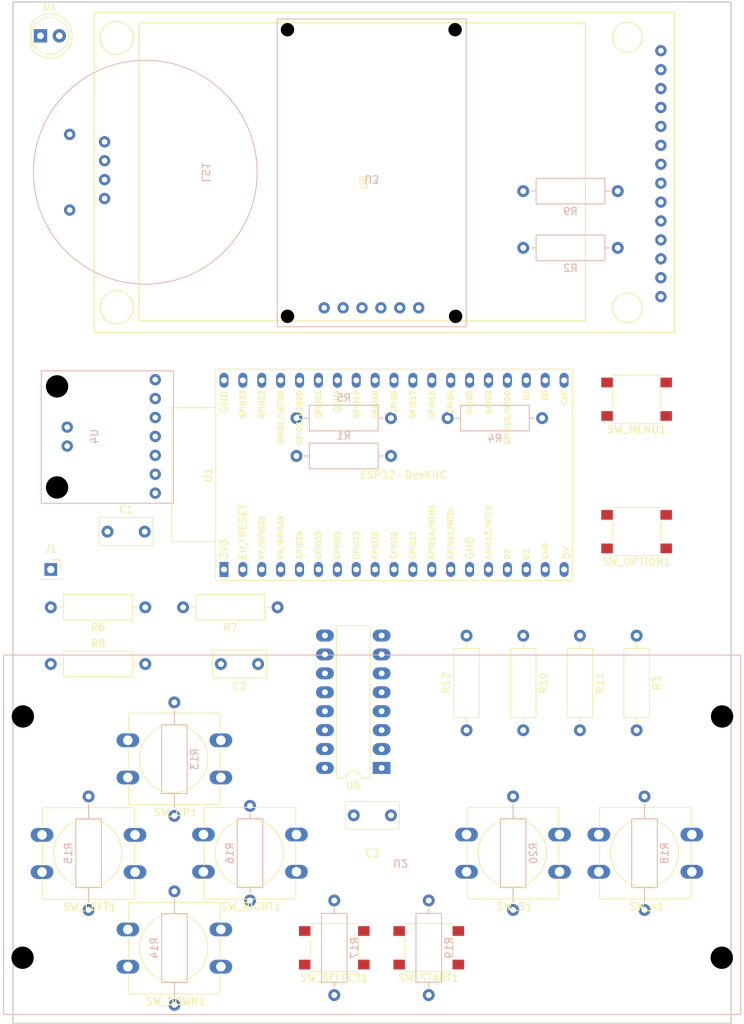
<source format=kicad_pcb>
(kicad_pcb (version 20211014) (generator pcbnew)
  (layers (0 "F.Cu" signal) (31 "B.Cu" signal) (34 "B.Paste" user) (35 "F.Paste" user) (36 "B.SilkS" user "B.Silkscreen") (37 "F.SilkS" user "F.Silkscreen") (38 "B.Mask" user) (39 "F.Mask" user) (44 "Edge.Cuts" user))
  (net 0 "")
  (net 1 "GND")
  (net 2 "+3.3V")
  (net 3 "BAT_LEVEL")
  (net 4 "LED_PIN")
  (net 5 "Net-(J1-Pad1)")
  (net 6 "Net-(LS1-Pad1)")
  (net 7 "Net-(LS1-Pad2)")
  (net 8 "LCD_RESET")
  (net 9 "LCD_BCKL")
  (net 10 "LCD_BCKL_OUT")
  (net 11 "BTN_MENU")
  (net 12 "BTN_OPTION")
  (net 13 "Net-(R6-Pad1)")
  (net 14 "LCD_DC")
  (net 15 "LCD_DC_OUT")
  (net 16 "GAMEPAD_LATCH")
  (net 17 "Net-(R10-Pad2)")
  (net 18 "GAMEPAD_CLOCK")
  (net 19 "Net-(R11-Pad2)")
  (net 20 "Net-(R12-Pad1)")
  (net 21 "GAMEPAD_DATA")
  (net 22 "BTN_UP")
  (net 23 "BTN_DOWN")
  (net 24 "BTN_LEFT")
  (net 25 "BTN_RIGHT")
  (net 26 "BTN_SELECT")
  (net 27 "BTN_A")
  (net 28 "BTN_START")
  (net 29 "BTN_B")
  (net 33 "AUD_DIN")
  (net 34 "AUD_BCLK")
  (net 35 "AUD_LRC")
  (net 36 "LCD_SCK")
  (net 38 "LCD_MOSI")
  (net 46 "LCD_CS")
  (net 50 "SD_SCK")
  (net 51 "SD_MISO")
  (net 55 "SD_CS")
  (net 56 "SD_MOSI")
  (net 57 "Net-(D1-Pad2)")
  (footprint "Button_Switch_SMD:SW_Push_1P1T_NO_6x6mm_H9.5mm" (layer "F.Cu") (at 55.88 139.7 180)
    (fp_text reference "SW_SELECT1" (at 0 -4.05) (layer "F.SilkS"))
    (fp_text value "SW_Push")
    (pad "1" smd rect (at -3.975 -2.25 180) (size 1.55 1.3) (layers "F.Cu" "F.Paste" "F.Mask") (net 26 "BTN_SELECT"))
    (pad "1" smd rect (at 3.975 -2.25 180) (size 1.55 1.3) (layers "F.Cu" "F.Paste" "F.Mask") (net 26 "BTN_SELECT"))
    (pad "2" smd rect (at -3.975 2.25 180) (size 1.55 1.3) (layers "F.Cu" "F.Paste" "F.Mask") (net 1 "GND"))
    (pad "2" smd rect (at 3.975 2.25 180) (size 1.55 1.3) (layers "F.Cu" "F.Paste" "F.Mask") (net 1 "GND"))
  )
  (footprint "Button_Switch_THT:SW_PUSH-12mm" (layer "F.Cu") (at 86.16 129.5 180)
    (fp_text reference "SW_B1" (at 6.08 -4.66) (layer "F.SilkS"))
    (fp_text value "SW_Push")
    (pad "1" thru_hole oval (at 0 0 180) (size 3.048 1.85) (drill 1.3) (layers *.Cu *.Mask) (net 29 "BTN_B"))
    (pad "1" thru_hole oval (at 12.5 0 180) (size 3.048 1.85) (drill 1.3) (layers *.Cu *.Mask) (net 29 "BTN_B"))
    (pad "2" thru_hole oval (at 0 5 180) (size 3.048 1.85) (drill 1.3) (layers *.Cu *.Mask) (net 1 "GND"))
    (pad "2" thru_hole oval (at 12.5 5 180) (size 3.048 1.85) (drill 1.3) (layers *.Cu *.Mask) (net 1 "GND"))
  )
  (footprint "RGC_Components:LCD_2.4in" (layer "F.Cu") (at 101.6 14.058411 -90)
    (fp_text reference "U5" (at 22.86 41.732959 90) (layer "F.SilkS"))
    (fp_text value "LCD_ILI9341")
    (pad "" np_thru_hole circle (at 3.465154 74.977009 270) (size 3.1 3.1) (drill 3.1) (layers *.Cu *.Mask))
    (pad "" np_thru_hole circle (at 3.389647 6.327669 270) (size 3.1 3.1) (drill 3.1) (layers *.Cu *.Mask))
    (pad "" np_thru_hole circle (at 39.642656 74.951362 270) (size 3.1 3.1) (drill 3.1) (layers *.Cu *.Mask))
    (pad "" np_thru_hole circle (at 39.714148 6.327669 270) (size 3.1 3.1) (drill 3.1) (layers *.Cu *.Mask))
    (pad "1" thru_hole circle (at 5.191065 1.818421 270) (size 1.524 1.524) (drill 0.762) (layers *.Cu *.Mask))
    (pad "2" thru_hole circle (at 7.731065 1.818421 270) (size 1.524 1.524) (drill 0.762) (layers *.Cu *.Mask))
    (pad "3" thru_hole circle (at 10.271065 1.818421 270) (size 1.524 1.524) (drill 0.762) (layers *.Cu *.Mask))
    (pad "4" thru_hole circle (at 12.811065 1.818421 270) (size 1.524 1.524) (drill 0.762) (layers *.Cu *.Mask))
    (pad "5" thru_hole circle (at 15.351065 1.818421 270) (size 1.524 1.524) (drill 0.762) (layers *.Cu *.Mask))
    (pad "6" thru_hole circle (at 17.891065 1.818421 270) (size 1.524 1.524) (drill 0.762) (layers *.Cu *.Mask))
    (pad "7" thru_hole circle (at 20.431065 1.818421 270) (size 1.524 1.524) (drill 0.762) (layers *.Cu *.Mask) (net 10 "LCD_BCKL_OUT"))
    (pad "8" thru_hole circle (at 22.971065 1.818421 270) (size 1.524 1.524) (drill 0.762) (layers *.Cu *.Mask) (net 36 "LCD_SCK"))
    (pad "9" thru_hole circle (at 25.511065 1.818421 270) (size 1.524 1.524) (drill 0.762) (layers *.Cu *.Mask) (net 38 "LCD_MOSI"))
    (pad "10" thru_hole circle (at 28.051065 1.818421 270) (size 1.524 1.524) (drill 0.762) (layers *.Cu *.Mask) (net 15 "LCD_DC_OUT"))
    (pad "11" thru_hole circle (at 30.591065 1.818421 270) (size 1.524 1.524) (drill 0.762) (layers *.Cu *.Mask) (net 8 "LCD_RESET"))
    (pad "12" thru_hole circle (at 33.131065 1.818421 270) (size 1.524 1.524) (drill 0.762) (layers *.Cu *.Mask) (net 46 "LCD_CS"))
    (pad "13" thru_hole circle (at 35.671065 1.818421 270) (size 1.524 1.524) (drill 0.762) (layers *.Cu *.Mask) (net 1 "GND"))
    (pad "14" thru_hole circle (at 38.211065 1.818421 270) (size 1.524 1.524) (drill 0.762) (layers *.Cu *.Mask) (net 2 "+3.3V"))
    (pad "15" thru_hole circle (at 17.417404 76.591115 270) (size 1.524 1.524) (drill 0.762) (layers *.Cu *.Mask))
    (pad "16" thru_hole circle (at 19.957404 76.591115 270) (size 1.524 1.524) (drill 0.762) (layers *.Cu *.Mask))
    (pad "17" thru_hole circle (at 22.497404 76.591115 270) (size 1.524 1.524) (drill 0.762) (layers *.Cu *.Mask))
    (pad "18" thru_hole circle (at 25.037404 76.591115 270) (size 1.524 1.524) (drill 0.762) (layers *.Cu *.Mask))
  )
  (footprint "Button_Switch_THT:SW_PUSH-12mm" (layer "F.Cu") (at 103.94 129.5 180)
    (fp_text reference "SW_A1" (at 6.08 -4.66) (layer "F.SilkS"))
    (fp_text value "SW_Push")
    (pad "1" thru_hole oval (at 0 0 180) (size 3.048 1.85) (drill 1.3) (layers *.Cu *.Mask) (net 27 "BTN_A"))
    (pad "1" thru_hole oval (at 12.5 0 180) (size 3.048 1.85) (drill 1.3) (layers *.Cu *.Mask) (net 27 "BTN_A"))
    (pad "2" thru_hole oval (at 0 5 180) (size 3.048 1.85) (drill 1.3) (layers *.Cu *.Mask) (net 1 "GND"))
    (pad "2" thru_hole oval (at 12.5 5 180) (size 3.048 1.85) (drill 1.3) (layers *.Cu *.Mask) (net 1 "GND"))
  )
  (footprint "Button_Switch_THT:SW_PUSH-12mm" (layer "F.Cu") (at 29.1 129.54 180)
    (fp_text reference "SW_LEFT1" (at 6.08 -4.66) (layer "F.SilkS"))
    (fp_text value "SW_Push")
    (pad "1" thru_hole oval (at 0 0 180) (size 3.048 1.85) (drill 1.3) (layers *.Cu *.Mask) (net 24 "BTN_LEFT"))
    (pad "1" thru_hole oval (at 12.5 0 180) (size 3.048 1.85) (drill 1.3) (layers *.Cu *.Mask) (net 24 "BTN_LEFT"))
    (pad "2" thru_hole oval (at 0 5 180) (size 3.048 1.85) (drill 1.3) (layers *.Cu *.Mask) (net 1 "GND"))
    (pad "2" thru_hole oval (at 12.5 5 180) (size 3.048 1.85) (drill 1.3) (layers *.Cu *.Mask) (net 1 "GND"))
  )
  (footprint "Resistor_THT:R_Axial_DIN0309_L9.0mm_D3.2mm_P12.70mm_Horizontal" (layer "F.Cu") (at 73.66 110.49 90)
    (fp_text reference "R12" (at 6.35 -2.72 90) (layer "F.SilkS"))
    (fp_text value "R1K")
    (pad "1" thru_hole circle (at 0 0 90) (size 1.6 1.6) (drill 0.8) (layers *.Cu *.Mask) (net 20 "Net-(R12-Pad1)"))
    (pad "2" thru_hole oval (at 12.7 0 90) (size 1.6 1.6) (drill 0.8) (layers *.Cu *.Mask) (net 21 "GAMEPAD_DATA"))
  )
  (footprint "Capacitor_THT:C_Rect_L7.0mm_W3.5mm_P5.00mm" (layer "F.Cu") (at 63.5 121.92 180)
    (fp_text reference "C3" (at 2.5 -5.08) (layer "F.SilkS"))
    (fp_text value "C104")
    (pad "1" thru_hole circle (at 0 0 180) (size 1.6 1.6) (drill 0.8) (layers *.Cu *.Mask) (net 1 "GND"))
    (pad "2" thru_hole circle (at 5 0 180) (size 1.6 1.6) (drill 0.8) (layers *.Cu *.Mask) (net 2 "+3.3V"))
  )
  (footprint "Capacitor_THT:C_Rect_L7.0mm_W3.5mm_P5.00mm" (layer "F.Cu") (at 45.64 101.6 180)
    (fp_text reference "C2" (at 2.5 -3) (layer "F.SilkS"))
    (fp_text value "C104")
    (pad "1" thru_hole circle (at 0 0 180) (size 1.6 1.6) (drill 0.8) (layers *.Cu *.Mask) (net 1 "GND"))
    (pad "2" thru_hole circle (at 5 0 180) (size 1.6 1.6) (drill 0.8) (layers *.Cu *.Mask) (net 3 "BAT_LEVEL"))
  )
  (footprint "Button_Switch_SMD:SW_Push_1P1T_NO_6x6mm_H9.5mm" (layer "F.Cu") (at 68.58 139.7 180)
    (fp_text reference "SW_START1" (at 0 -4.05) (layer "F.SilkS"))
    (fp_text value "SW_Push")
    (pad "1" smd rect (at 3.975 -2.25 180) (size 1.55 1.3) (layers "F.Cu" "F.Paste" "F.Mask") (net 28 "BTN_START"))
    (pad "1" smd rect (at -3.975 -2.25 180) (size 1.55 1.3) (layers "F.Cu" "F.Paste" "F.Mask") (net 28 "BTN_START"))
    (pad "2" smd rect (at -3.975 2.25 180) (size 1.55 1.3) (layers "F.Cu" "F.Paste" "F.Mask") (net 1 "GND"))
    (pad "2" smd rect (at 3.975 2.25 180) (size 1.55 1.3) (layers "F.Cu" "F.Paste" "F.Mask") (net 1 "GND"))
  )
  (footprint "Button_Switch_THT:SW_PUSH-12mm" (layer "F.Cu") (at 40.64 142.24 180)
    (fp_text reference "SW_DOWN1" (at 6.08 -4.66) (layer "F.SilkS"))
    (fp_text value "SW_Push")
    (pad "1" thru_hole oval (at 12.5 0 180) (size 3.048 1.85) (drill 1.3) (layers *.Cu *.Mask) (net 23 "BTN_DOWN"))
    (pad "1" thru_hole oval (at 0 0 180) (size 3.048 1.85) (drill 1.3) (layers *.Cu *.Mask) (net 23 "BTN_DOWN"))
    (pad "2" thru_hole oval (at 0 5 180) (size 3.048 1.85) (drill 1.3) (layers *.Cu *.Mask) (net 1 "GND"))
    (pad "2" thru_hole oval (at 12.5 5 180) (size 3.048 1.85) (drill 1.3) (layers *.Cu *.Mask) (net 1 "GND"))
  )
  (footprint "Resistor_THT:R_Axial_DIN0309_L9.0mm_D3.2mm_P12.70mm_Horizontal" (layer "F.Cu") (at 81.28 97.79 -90)
    (fp_text reference "R10" (at 6.35 -2.72 90) (layer "F.SilkS"))
    (fp_text value "R1K")
    (pad "1" thru_hole circle (at 0 0 270) (size 1.6 1.6) (drill 0.8) (layers *.Cu *.Mask) (net 16 "GAMEPAD_LATCH"))
    (pad "2" thru_hole oval (at 12.7 0 270) (size 1.6 1.6) (drill 0.8) (layers *.Cu *.Mask) (net 17 "Net-(R10-Pad2)"))
  )
  (footprint "Resistor_THT:R_Axial_DIN0309_L9.0mm_D3.2mm_P12.70mm_Horizontal" (layer "F.Cu") (at 88.9 97.79 -90)
    (fp_text reference "R11" (at 6.35 -2.72 90) (layer "F.SilkS"))
    (fp_text value "R1K")
    (pad "1" thru_hole circle (at 0 0 270) (size 1.6 1.6) (drill 0.8) (layers *.Cu *.Mask) (net 18 "GAMEPAD_CLOCK"))
    (pad "2" thru_hole oval (at 12.7 0 270) (size 1.6 1.6) (drill 0.8) (layers *.Cu *.Mask) (net 19 "Net-(R11-Pad2)"))
  )
  (footprint "Button_Switch_SMD:SW_Push_1P1T_NO_6x6mm_H9.5mm" (layer "F.Cu") (at 96.52 83.82 180)
    (fp_text reference "SW_OPTION1" (at 0 -4.05) (layer "F.SilkS"))
    (fp_text value "SW_Push")
    (pad "1" smd rect (at 3.975 -2.25 180) (size 1.55 1.3) (layers "F.Cu" "F.Paste" "F.Mask") (net 12 "BTN_OPTION"))
    (pad "1" smd rect (at -3.975 -2.25 180) (size 1.55 1.3) (layers "F.Cu" "F.Paste" "F.Mask") (net 12 "BTN_OPTION"))
    (pad "2" smd rect (at 3.975 2.25 180) (size 1.55 1.3) (layers "F.Cu" "F.Paste" "F.Mask") (net 1 "GND"))
    (pad "2" smd rect (at -3.975 2.25 180) (size 1.55 1.3) (layers "F.Cu" "F.Paste" "F.Mask") (net 1 "GND"))
  )
  (footprint "Button_Switch_THT:SW_PUSH-12mm" (layer "F.Cu") (at 40.64 116.84 180)
    (fp_text reference "SW_UP1" (at 6.08 -4.66) (layer "F.SilkS"))
    (fp_text value "SW_Push")
    (pad "1" thru_hole oval (at 12.5 0 180) (size 3.048 1.85) (drill 1.3) (layers *.Cu *.Mask) (net 22 "BTN_UP"))
    (pad "1" thru_hole oval (at 0 0 180) (size 3.048 1.85) (drill 1.3) (layers *.Cu *.Mask) (net 22 "BTN_UP"))
    (pad "2" thru_hole oval (at 12.5 5 180) (size 3.048 1.85) (drill 1.3) (layers *.Cu *.Mask) (net 1 "GND"))
    (pad "2" thru_hole oval (at 0 5 180) (size 3.048 1.85) (drill 1.3) (layers *.Cu *.Mask) (net 1 "GND"))
  )
  (footprint "LED_THT:LED_D5.0mm" (layer "F.Cu") (at 16.387132 17.244281)
    (fp_text reference "D1" (at 1.27 -3.96) (layer "F.SilkS"))
    (fp_text value "LED")
    (pad "1" thru_hole rect (at 0 0) (size 1.8 1.8) (drill 0.9) (layers *.Cu *.Mask) (net 1 "GND"))
    (pad "2" thru_hole circle (at 2.54 0) (size 1.8 1.8) (drill 0.9) (layers *.Cu *.Mask) (net 57 "Net-(D1-Pad2)"))
  )
  (footprint "Resistor_THT:R_Axial_DIN0309_L9.0mm_D3.2mm_P12.70mm_Horizontal" (layer "F.Cu") (at 96.52 97.79 -90)
    (fp_text reference "R3" (at 6.35 -2.72 90) (layer "F.SilkS"))
    (fp_text value "R1K")
    (pad "1" thru_hole circle (at 0 0 270) (size 1.6 1.6) (drill 0.8) (layers *.Cu *.Mask) (net 9 "LCD_BCKL"))
    (pad "2" thru_hole oval (at 12.7 0 270) (size 1.6 1.6) (drill 0.8) (layers *.Cu *.Mask) (net 10 "LCD_BCKL_OUT"))
  )
  (footprint "Resistor_THT:R_Axial_DIN0309_L9.0mm_D3.2mm_P12.70mm_Horizontal" (layer "F.Cu") (at 30.48 93.98 180)
    (fp_text reference "R6" (at 6.35 -2.72) (layer "F.SilkS"))
    (fp_text value "R10K")
    (pad "1" thru_hole circle (at 0 0 180) (size 1.6 1.6) (drill 0.8) (layers *.Cu *.Mask) (net 13 "Net-(R6-Pad1)"))
    (pad "2" thru_hole oval (at 12.7 0 180) (size 1.6 1.6) (drill 0.8) (layers *.Cu *.Mask) (net 5 "Net-(J1-Pad1)"))
  )
  (footprint "Connector_PinSocket_2.54mm:PinSocket_1x01_P2.54mm_Vertical" (layer "F.Cu") (at 17.78 88.9)
    (fp_text reference "J1" (at 0 -2.77) (layer "F.SilkS"))
    (fp_text value "Battery_Clip")
    (pad "1" thru_hole rect (at 0 0) (size 1.7 1.7) (drill 1) (layers *.Cu *.Mask) (net 5 "Net-(J1-Pad1)"))
  )
  (footprint "Espressif:ESP32-DevKitC" (layer "F.Cu") (at 41.05656 88.9 90)
    (fp_text reference "U1" (at 12.7 -2.1 90) (layer "F.SilkS"))
    (fp_text value "ESP32-DevKitC" (at 12.7 24.13) (layer "F.SilkS"))
    (fp_text user "D0" (at 24.13 43.18 90 unlocked) (layer "F.SilkS") (effects (font (size 0.7 0.7)) (justify right)))
    (fp_text user "GPIO17" (at 24.13 25.4 90 unlocked) (layer "F.SilkS") (effects (font (size 0.7 0.7)) (justify right)))
    (fp_text user "GPIO14/MTMS" (at 1.27 27.94 90 unlocked) (layer "F.SilkS") (effects (font (size 0.7 0.7)) (justify left)))
    (fp_text user "GPIO26" (at 1.27 22.86 90 unlocked) (layer "F.SilkS") (effects (font (size 0.7 0.7)) (justify left)))
    (fp_text user "GPIO4" (at 24.13 30.48 90 unlocked) (layer "F.SilkS") (effects (font (size 0.7 0.7)) (justify right)))
    (fp_text user "VP/GPIO36" (at 1.27 5.08 90 unlocked) (layer "F.SilkS") (effects (font (size 0.7 0.7)) (justify left)))
    (fp_text user "GPIO32" (at 1.27 15.24 90 unlocked) (layer "F.SilkS") (effects (font (size 0.7 0.7)) (justify left)))
    (fp_text user "GPIO23" (at 24.13 2.54 90 unlocked) (layer "F.SilkS") (effects (font (size 0.7 0.7)) (justify right)))
    (fp_text user "GPIO19" (at 24.13 17.78 90 unlocked) (layer "F.SilkS") (effects (font (size 0.7 0.7)) (justify right)))
    (fp_text user "GPIO21" (at 24.13 12.7 90 unlocked) (layer "F.SilkS") (effects (font (size 0.7 0.7)) (justify right)))
    (fp_text user "GPIO15/MTDO" (at 24.13 38.1 90 unlocked) (layer "F.SilkS") (effects (font (size 0.7 0.7)) (justify right)))
    (fp_text user "GPIO12/MTDI" (at 1.27 30.48 90 unlocked) (layer "F.SilkS") (effects (font (size 0.7 0.7)) (justify left)))
    (fp_text user "EN/RESET" (at 8.88632 2.53728 90 unlocked) (layer "F.SilkS") (effects (justify right)))
    (fp_text user "GPIO34" (at 1.27 10.16 90 unlocked) (layer "F.SilkS") (effects (font (size 0.7 0.7)) (justify left)))
    (fp_text user "3V3" (at 1.27 0 90 unlocked) (layer "F.SilkS") (effects (justify left)))
    (fp_text user "GPIO18" (at 24.13 20.32 90 unlocked) (layer "F.SilkS") (effects (font (size 0.7 0.7)) (justify right)))
    (fp_text user "D2" (at 1.27 38.1 90 unlocked) (layer "F.SilkS") (effects (font (size 0.7 0.7)) (justify left)))
    (fp_text user "GPIO16" (at 24.13 27.94 90 unlocked) (layer "F.SilkS") (effects (font (size 0.7 0.7)) (justify right)))
    (fp_text user "GND" (at 24.13 15.24 90 unlocked) (layer "F.SilkS") (effects (justify right)))
    (fp_text user "5V" (at 1.26632 45.97128 90 unlocked) (layer "F.SilkS") (effects (justify left)))
    (fp_text user "GPIO25" (at 1.27 20.32 90 unlocked) (layer "F.SilkS") (effects (font (size 0.7 0.7)) (justify left)))
    (fp_text user "CLK" (at 24.13 45.72 90 unlocked) (layer "F.SilkS") (effects (font (size 0.7 0.7)) (justify right)))
    (fp_text user "GND" (at 24.13 0 90 unlocked) (layer "F.SilkS") (effects (justify right)))
    (fp_text user "VN/GPIO39" (at 1.27 7.62 90 unlocked) (layer "F.SilkS") (effects (font (size 0.7 0.7)) (justify left)))
    (fp_text user "GPIO3/U0RXD" (at 24.13 10.16 90 unlocked) (layer "F.SilkS") (effects (font (size 0.7 0.7)) (justify right)))
    (fp_text user "GPIO5" (at 24.13 22.86 90 unlocked) (layer "F.SilkS") (effects (font (size 0.7 0.7)) (justify right)))
    (fp_text user "GND" (at 1.27 33.02 90 unlocked) (layer "F.SilkS") (effects (justify left)))
    (fp_text user "D1" (at 24.13 40.64 90 unlocked) (layer "F.SilkS") (effects (font (size 0.7 0.7)) (justify right)))
    (fp_text user "GPIO33" (at 1.27 17.78 90 unlocked) (layer "F.SilkS") (effects (font (size 0.7 0.7)) (justify left)))
    (fp_text user "GPIO2" (at 24.13 35.56 90 unlocked) (layer "F.SilkS") (effects (font (size 0.7 0.7)) (justify right)))
    (fp_text user "GPIO1/U0TXD" (at 24.13 7.62 90 unlocked) (layer "F.SilkS") (effects (font (size 0.7 0.7)) (justify right)))
    (fp_text user "GPIO22" (at 24.13 5.08 90 unlocked) (layer "F.SilkS") (effects (font (size 0.7 0.7)) (justify right)))
    (fp_text user "GPIO0" (at 24.13 33.02 90 unlocked) (layer "F.SilkS") (effects (font (size 0.7 0.7)) (justify right)))
    (fp_text user "GPIO35" (at 1.27 12.7 90 unlocked) (layer "F.SilkS") (effects (font (size 0.7 0.7)) (justify left)))
    (fp_text user "CMD" (at 1.27 43.18 90 unlocked) (layer "F.SilkS") (effects (font (size 0.7 0.7)) (justify left)))
    (fp_text user "D3" (at 1.27 40.64 90 unlocked) (layer "F.SilkS") (effects (font (size 0.7 0.7)) (justify left)))
    (fp_text user "GPIO27" (at 1.27 25.4 90 unlocked) (layer "F.SilkS") (effects (font (size 0.7 0.7)) (justify left)))
    (fp_text user "GPIO13/MTCK" (at 1.27 35.56 90 unlocked) (layer "F.SilkS") (effects (font (size 0.7 0.7)) (justify left)))
    (pad "1" thru_hole rect (at 0 0) (size 1.2 2) (drill 0.8) (layers *.Cu *.Mask) (net 2 "+3.3V"))
    (pad "2" thru_hole oval (at 0 2.54) (size 1.2 2) (drill 0.8) (layers *.Cu *.Mask))
    (pad "3" thru_hole oval (at 0 5.08) (size 1.2 2) (drill 0.8) (layers *.Cu *.Mask) (net 3 "BAT_LEVEL"))
    (pad "4" thru_hole oval (at 0 7.62) (size 1.2 2) (drill 0.8) (layers *.Cu *.Mask))
    (pad "5" thru_hole oval (at 0 10.16) (size 1.2 2) (drill 0.8) (layers *.Cu *.Mask))
    (pad "6" thru_hole oval (at 0 12.7) (size 1.2 2) (drill 0.8) (layers *.Cu *.Mask) (net 21 "GAMEPAD_DATA"))
    (pad "7" thru_hole oval (at 0 15.24) (size 1.2 2) (drill 0.8) (layers *.Cu *.Mask) (net 16 "GAMEPAD_LATCH"))
    (pad "8" thru_hole oval (at 0 17.78) (size 1.2 2) (drill 0.8) (layers *.Cu *.Mask) (net 18 "GAMEPAD_CLOCK"))
    (pad "9" thru_hole oval (at 0 20.32) (size 1.2 2) (drill 0.8) (layers *.Cu *.Mask) (net 33 "AUD_DIN"))
    (pad "10" thru_hole oval (at 0 22.86) (size 1.2 2) (drill 0.8) (layers *.Cu *.Mask) (net 34 "AUD_BCLK"))
    (pad "11" thru_hole oval (at 0 25.4) (size 1.2 2) (drill 0.8) (layers *.Cu *.Mask) (net 35 "AUD_LRC"))
    (pad "12" thru_hole oval (at 0 27.94) (size 1.2 2) (drill 0.8) (layers *.Cu *.Mask) (net 36 "LCD_SCK"))
    (pad "13" thru_hole oval (at 0 30.48) (size 1.2 2) (drill 0.8) (layers *.Cu *.Mask) (net 9 "LCD_BCKL"))
    (pad "14" thru_hole oval (at 0 33.02) (size 1.2 2) (drill 0.8) (layers *.Cu *.Mask))
    (pad "15" thru_hole oval (at 0 35.56) (size 1.2 2) (drill 0.8) (layers *.Cu *.Mask) (net 38 "LCD_MOSI"))
    (pad "16" thru_hole oval (at 0 38.1) (size 1.2 2) (drill 0.8) (layers *.Cu *.Mask))
    (pad "17" thru_hole oval (at 0 40.64) (size 1.2 2) (drill 0.8) (layers *.Cu *.Mask))
    (pad "18" thru_hole oval (at 0 43.18) (size 1.2 2) (drill 0.8) (layers *.Cu *.Mask))
    (pad "19" thru_hole oval (at 0 45.72) (size 1.2 2) (drill 0.8) (layers *.Cu *.Mask))
    (pad "20" thru_hole oval (at 25.39632 45.71728) (size 1.2 2) (drill 0.8) (layers *.Cu *.Mask))
    (pad "21" thru_hole oval (at 25.39632 43.17728) (size 1.2 2) (drill 0.8) (layers *.Cu *.Mask))
    (pad "22" thru_hole oval (at 25.4 40.64) (size 1.2 2) (drill 0.8) (layers *.Cu *.Mask))
    (pad "23" thru_hole oval (at 25.4 38.1) (size 1.2 2) (drill 0.8) (layers *.Cu *.Mask) (net 46 "LCD_CS"))
    (pad "24" thru_hole oval (at 25.4 35.56) (size 1.2 2) (drill 0.8) (layers *.Cu *.Mask) (net 14 "LCD_DC"))
    (pad "25" thru_hole oval (at 25.4 33.02) (size 1.2 2) (drill 0.8) (layers *.Cu *.Mask))
    (pad "26" thru_hole oval (at 25.4 30.48) (size 1.2 2) (drill 0.8) (layers *.Cu *.Mask) (net 11 "BTN_MENU"))
    (pad "27" thru_hole oval (at 25.4 27.94) (size 1.2 2) (drill 0.8) (layers *.Cu *.Mask))
    (pad "28" thru_hole oval (at 25.4 25.4) (size 1.2 2) (drill 0.8) (layers *.Cu *.Mask))
    (pad "29" thru_hole oval (at 25.4 22.86) (size 1.2 2) (drill 0.8) (layers *.Cu *.Mask) (net 12 "BTN_OPTION"))
    (pad "30" thru_hole oval (at 25.4 20.32) (size 1.2 2) (drill 0.8) (layers *.Cu *.Mask) (net 50 "SD_SCK"))
    (pad "31" thru_hole oval (at 25.4 17.78) (size 1.2 2) (drill 0.8) (layers *.Cu *.Mask) (net 51 "SD_MISO"))
    (pad "32" thru_hole oval (at 25.4 15.24) (size 1.2 2) (drill 0.8) (layers *.Cu *.Mask))
    (pad "33" thru_hole oval (at 25.4 12.7) (size 1.2 2) (drill 0.8) (layers *.Cu *.Mask) (net 4 "LED_PIN"))
    (pad "34" thru_hole oval (at 25.4 10.16) (size 1.2 2) (drill 0.8) (layers *.Cu *.Mask))
    (pad "35" thru_hole oval (at 25.4 7.62) (size 1.2 2) (drill 0.8) (layers *.Cu *.Mask))
    (pad "36" thru_hole oval (at 25.4 5.08) (size 1.2 2) (drill 0.8) (layers *.Cu *.Mask) (net 55 "SD_CS"))
    (pad "37" thru_hole oval (at 25.4 2.54) (size 1.2 2) (drill 0.8) (layers *.Cu *.Mask) (net 56 "SD_MOSI"))
    (pad "38" thru_hole oval (at 25.4 0) (size 1.2 2) (drill 0.8) (layers *.Cu *.Mask) (net 1 "GND"))
  )
  (footprint "Resistor_THT:R_Axial_DIN0309_L9.0mm_D3.2mm_P12.70mm_Horizontal" (layer "F.Cu") (at 17.78 101.6)
    (fp_text reference "R8" (at 6.35 -2.72) (layer "F.SilkS"))
    (fp_text value "R10K")
    (pad "1" thru_hole circle (at 0 0) (size 1.6 1.6) (drill 0.8) (layers *.Cu *.Mask) (net 1 "GND"))
    (pad "2" thru_hole oval (at 12.7 0) (size 1.6 1.6) (drill 0.8) (layers *.Cu *.Mask) (net 3 "BAT_LEVEL"))
  )
  (footprint "Package_DIP:DIP-16_W7.62mm_LongPads" (layer "F.Cu") (at 62.245 115.555 180)
    (fp_text reference "U6" (at 3.81 -2.33) (layer "F.SilkS"))
    (fp_text value "74HC165")
    (pad "1" thru_hole rect (at 0 0 180) (size 2.4 1.6) (drill 0.8) (layers *.Cu *.Mask) (net 17 "Net-(R10-Pad2)"))
    (pad "2" thru_hole oval (at 0 2.54 180) (size 2.4 1.6) (drill 0.8) (layers *.Cu *.Mask) (net 19 "Net-(R11-Pad2)"))
    (pad "3" thru_hole oval (at 0 5.08 180) (size 2.4 1.6) (drill 0.8) (layers *.Cu *.Mask) (net 26 "BTN_SELECT"))
    (pad "4" thru_hole oval (at 0 7.62 180) (size 2.4 1.6) (drill 0.8) (layers *.Cu *.Mask) (net 28 "BTN_START"))
    (pad "5" thru_hole oval (at 0 10.16 180) (size 2.4 1.6) (drill 0.8) (layers *.Cu *.Mask) (net 27 "BTN_A"))
    (pad "6" thru_hole oval (at 0 12.7 180) (size 2.4 1.6) (drill 0.8) (layers *.Cu *.Mask) (net 29 "BTN_B"))
    (pad "7" thru_hole oval (at 0 15.24 180) (size 2.4 1.6) (drill 0.8) (layers *.Cu *.Mask) (net 20 "Net-(R12-Pad1)"))
    (pad "8" thru_hole oval (at 0 17.78 180) (size 2.4 1.6) (drill 0.8) (layers *.Cu *.Mask) (net 1 "GND"))
    (pad "9" thru_hole oval (at 7.62 17.78 180) (size 2.4 1.6) (drill 0.8) (layers *.Cu *.Mask))
    (pad "10" thru_hole oval (at 7.62 15.24 180) (size 2.4 1.6) (drill 0.8) (layers *.Cu *.Mask) (net 1 "GND"))
    (pad "11" thru_hole oval (at 7.62 12.7 180) (size 2.4 1.6) (drill 0.8) (layers *.Cu *.Mask) (net 22 "BTN_UP"))
    (pad "12" thru_hole oval (at 7.62 10.16 180) (size 2.4 1.6) (drill 0.8) (layers *.Cu *.Mask) (net 25 "BTN_RIGHT"))
    (pad "13" thru_hole oval (at 7.62 7.62 180) (size 2.4 1.6) (drill 0.8) (layers *.Cu *.Mask) (net 23 "BTN_DOWN"))
    (pad "14" thru_hole oval (at 7.62 5.08 180) (size 2.4 1.6) (drill 0.8) (layers *.Cu *.Mask) (net 24 "BTN_LEFT"))
    (pad "15" thru_hole oval (at 7.62 2.54 180) (size 2.4 1.6) (drill 0.8) (layers *.Cu *.Mask) (net 1 "GND"))
    (pad "16" thru_hole oval (at 7.62 0 180) (size 2.4 1.6) (drill 0.8) (layers *.Cu *.Mask) (net 2 "+3.3V"))
  )
  (footprint "Button_Switch_SMD:SW_Push_1P1T_NO_6x6mm_H9.5mm" (layer "F.Cu") (at 96.52 66.04 180)
    (fp_text reference "SW_MENU1" (at 0 -4.05) (layer "F.SilkS"))
    (fp_text value "SW_Push")
    (pad "1" smd rect (at 3.975 -2.25 180) (size 1.55 1.3) (layers "F.Cu" "F.Paste" "F.Mask") (net 11 "BTN_MENU"))
    (pad "1" smd rect (at -3.975 -2.25 180) (size 1.55 1.3) (layers "F.Cu" "F.Paste" "F.Mask") (net 11 "BTN_MENU"))
    (pad "2" smd rect (at 3.975 2.25 180) (size 1.55 1.3) (layers "F.Cu" "F.Paste" "F.Mask") (net 1 "GND"))
    (pad "2" smd rect (at -3.975 2.25 180) (size 1.55 1.3) (layers "F.Cu" "F.Paste" "F.Mask") (net 1 "GND"))
  )
  (footprint "Button_Switch_THT:SW_PUSH-12mm" (layer "F.Cu") (at 50.8 129.5 180)
    (fp_text reference "SW_RIGHT1" (at 6.08 -4.66) (layer "F.SilkS"))
    (fp_text value "SW_Push")
    (pad "1" thru_hole oval (at 12.5 0 180) (size 3.048 1.85) (drill 1.3) (layers *.Cu *.Mask) (net 25 "BTN_RIGHT"))
    (pad "1" thru_hole oval (at 0 0 180) (size 3.048 1.85) (drill 1.3) (layers *.Cu *.Mask) (net 25 "BTN_RIGHT"))
    (pad "2" thru_hole oval (at 0 5 180) (size 3.048 1.85) (drill 1.3) (layers *.Cu *.Mask) (net 1 "GND"))
    (pad "2" thru_hole oval (at 12.5 5 180) (size 3.048 1.85) (drill 1.3) (layers *.Cu *.Mask) (net 1 "GND"))
  )
  (footprint "Capacitor_THT:C_Rect_L7.0mm_W3.5mm_P5.00mm" (layer "F.Cu") (at 25.4 83.82)
    (fp_text reference "C1" (at 2.5 -3) (layer "F.SilkS"))
    (fp_text value "C104")
    (pad "1" thru_hole circle (at 0 0) (size 1.6 1.6) (drill 0.8) (layers *.Cu *.Mask) (net 1 "GND"))
    (pad "2" thru_hole circle (at 5 0) (size 1.6 1.6) (drill 0.8) (layers *.Cu *.Mask) (net 2 "+3.3V"))
  )
  (footprint "Resistor_THT:R_Axial_DIN0309_L9.0mm_D3.2mm_P12.70mm_Horizontal" (layer "F.Cu") (at 48.26 93.98 180)
    (fp_text reference "R7" (at 6.35 -2.72) (layer "F.SilkS"))
    (fp_text value "R10K")
    (pad "1" thru_hole circle (at 0 0 180) (size 1.6 1.6) (drill 0.8) (layers *.Cu *.Mask) (net 3 "BAT_LEVEL"))
    (pad "2" thru_hole oval (at 12.7 0 180) (size 1.6 1.6) (drill 0.8) (layers *.Cu *.Mask) (net 13 "Net-(R6-Pad1)"))
  )
  (footprint "Resistor_THT:R_Axial_DIN0309_L9.0mm_D3.2mm_P12.70mm_Horizontal" (layer "B.Cu") (at 55.88 146.05 90)
    (fp_text reference "R17" (at 6.35 2.72 90) (layer "B.SilkS") (effects (justify mirror)))
    (fp_text value "R10K")
    (pad "1" thru_hole circle (at 0 0 90) (size 1.6 1.6) (drill 0.8) (layers *.Cu *.Mask) (net 26 "BTN_SELECT"))
    (pad "2" thru_hole oval (at 12.7 0 90) (size 1.6 1.6) (drill 0.8) (layers *.Cu *.Mask) (net 2 "+3.3V"))
  )
  (footprint "Resistor_THT:R_Axial_DIN0309_L9.0mm_D3.2mm_P15.24mm_Horizontal" (layer "B.Cu") (at 97.575935 134.62 90)
    (fp_text reference "R18" (at 7.62 2.72 270) (layer "B.SilkS") (effects (justify mirror)))
    (fp_text value "R10K")
    (pad "1" thru_hole circle (at 0 0 90) (size 1.6 1.6) (drill 0.8) (layers *.Cu *.Mask) (net 27 "BTN_A"))
    (pad "2" thru_hole oval (at 15.24 0 90) (size 1.6 1.6) (drill 0.8) (layers *.Cu *.Mask) (net 2 "+3.3V"))
  )
  (footprint "RGC_Components:Micro_SD_card_adapter" (layer "B.Cu") (at 48.212389 56.305946)
    (fp_text reference "U3" (at 12.7 -19.82 180 unlocked) (layer "B.SilkS") (effects (justify mirror)))
    (fp_text value "Micro_SD_card_adapter")
    (pad "" np_thru_hole circle (at 23.978454 -1.396974) (size 2 2) (drill 1.8) (layers *.Mask))
    (pad "" np_thru_hole circle (at 1.383761 -39.885865) (size 2 2) (drill 1.8) (layers *.Mask))
    (pad "" np_thru_hole circle (at 1.383761 -1.396974) (size 2 2) (drill 1.8) (layers *.Mask))
    (pad "" np_thru_hole circle (at 23.910053 -39.885865) (size 2 2) (drill 1.8) (layers *.Mask))
    (pad "1" thru_hole circle (at 19.015981 -2.538077) (size 1.524 1.524) (drill 0.762) (layers *.Cu *.Mask) (net 1 "GND"))
    (pad "2" thru_hole circle (at 16.475981 -2.538077) (size 1.524 1.524) (drill 0.762) (layers *.Cu *.Mask) (net 2 "+3.3V"))
    (pad "3" thru_hole circle (at 13.935981 -2.538077) (size 1.524 1.524) (drill 0.762) (layers *.Cu *.Mask) (net 51 "SD_MISO"))
    (pad "4" thru_hole circle (at 11.395981 -2.538077) (size 1.524 1.524) (drill 0.762) (layers *.Cu *.Mask) (net 56 "SD_MOSI"))
    (pad "5" thru_hole circle (at 8.855981 -2.538077) (size 1.524 1.524) (drill 0.762) (layers *.Cu *.Mask) (net 50 "SD_SCK"))
    (pad "6" thru_hole circle (at 6.315981 -2.538077) (size 1.524 1.524) (drill 0.762) (layers *.Cu *.Mask) (net 55 "SD_CS"))
  )
  (footprint "Resistor_THT:R_Axial_DIN0309_L9.0mm_D3.2mm_P12.70mm_Horizontal" (layer "B.Cu") (at 44.56 120.65 -90)
    (fp_text reference "R16" (at 6.35 2.72 90) (layer "B.SilkS") (effects (justify mirror)))
    (fp_text value "R10K")
    (pad "1" thru_hole circle (at 0 0 270) (size 1.6 1.6) (drill 0.8) (layers *.Cu *.Mask) (net 25 "BTN_RIGHT"))
    (pad "2" thru_hole oval (at 12.7 0 270) (size 1.6 1.6) (drill 0.8) (layers *.Cu *.Mask) (net 2 "+3.3V"))
  )
  (footprint "Resistor_THT:R_Axial_DIN0309_L9.0mm_D3.2mm_P15.24mm_Horizontal" (layer "B.Cu") (at 34.4 132.12 -90)
    (fp_text reference "R14" (at 7.62 2.72 90) (layer "B.SilkS") (effects (justify mirror)))
    (fp_text value "R10K")
    (pad "1" thru_hole circle (at 0 0 270) (size 1.6 1.6) (drill 0.8) (layers *.Cu *.Mask) (net 23 "BTN_DOWN"))
    (pad "2" thru_hole oval (at 15.24 0 270) (size 1.6 1.6) (drill 0.8) (layers *.Cu *.Mask) (net 2 "+3.3V"))
  )
  (footprint "Resistor_THT:R_Axial_DIN0309_L9.0mm_D3.2mm_P12.70mm_Horizontal" (layer "B.Cu") (at 63.5 68.58 180)
    (fp_text reference "R5" (at 6.35 2.72) (layer "B.SilkS") (effects (justify mirror)))
    (fp_text value "R10K")
    (pad "1" thru_hole circle (at 0 0 180) (size 1.6 1.6) (drill 0.8) (layers *.Cu *.Mask) (net 12 "BTN_OPTION"))
    (pad "2" thru_hole oval (at 12.7 0 180) (size 1.6 1.6) (drill 0.8) (layers *.Cu *.Mask) (net 2 "+3.3V"))
  )
  (footprint "RGC_Components:Battery_shield_v3" (layer "B.Cu") (at 11.447325 148.656586)
    (fp_text reference "U2" (at 53.34 -20.32 180 unlocked) (layer "B.SilkS") (effects (justify mirror)))
    (fp_text value "Battery_shield_v3")
    (pad "" np_thru_hole circle (at 2.54 -7.62) (size 3.2 3.2) (drill 3) (layers *.Mask))
    (pad "" np_thru_hole circle (at 96.558418 -40.016486) (size 3.2 3.2) (drill 3) (layers *.Mask))
    (pad "" np_thru_hole circle (at 96.52 -7.62) (size 3.2 3.2) (drill 3) (layers *.Mask))
    (pad "" np_thru_hole circle (at 2.578418 -40.016486) (size 3.2 3.2) (drill 3) (layers *.Mask))
  )
  (footprint "Resistor_THT:R_Axial_DIN0309_L9.0mm_D3.2mm_P12.70mm_Horizontal" (layer "B.Cu") (at 81.28 38.1)
    (fp_text reference "R9" (at 6.35 2.72) (layer "B.SilkS") (effects (justify mirror)))
    (fp_text value "R1K")
    (pad "1" thru_hole circle (at 0 0) (size 1.6 1.6) (drill 0.8) (layers *.Cu *.Mask) (net 14 "LCD_DC"))
    (pad "2" thru_hole oval (at 12.7 0) (size 1.6 1.6) (drill 0.8) (layers *.Cu *.Mask) (net 15 "LCD_DC_OUT"))
  )
  (footprint "Resistor_THT:R_Axial_DIN0309_L9.0mm_D3.2mm_P12.70mm_Horizontal" (layer "B.Cu") (at 81.28 45.72)
    (fp_text reference "R2" (at 6.35 2.72) (layer "B.SilkS") (effects (justify mirror)))
    (fp_text value "R10K")
    (pad "1" thru_hole circle (at 0 0) (size 1.6 1.6) (drill 0.8) (layers *.Cu *.Mask) (net 2 "+3.3V"))
    (pad "2" thru_hole oval (at 12.7 0) (size 1.6 1.6) (drill 0.8) (layers *.Cu *.Mask) (net 8 "LCD_RESET"))
  )
  (footprint "Resistor_THT:R_Axial_DIN0309_L9.0mm_D3.2mm_P12.70mm_Horizontal" (layer "B.Cu") (at 71.12 68.58)
    (fp_text reference "R4" (at 6.35 2.72) (layer "B.SilkS") (effects (justify mirror)))
    (fp_text value "R10K")
    (pad "1" thru_hole circle (at 0 0) (size 1.6 1.6) (drill 0.8) (layers *.Cu *.Mask) (net 11 "BTN_MENU"))
    (pad "2" thru_hole oval (at 12.7 0) (size 1.6 1.6) (drill 0.8) (layers *.Cu *.Mask) (net 2 "+3.3V"))
  )
  (footprint "Resistor_THT:R_Axial_DIN0309_L9.0mm_D3.2mm_P15.24mm_Horizontal" (layer "B.Cu") (at 79.92 134.62 90)
    (fp_text reference "R20" (at 7.62 2.72 270) (layer "B.SilkS") (effects (justify mirror)))
    (fp_text value "R10K")
    (pad "1" thru_hole circle (at 0 0 90) (size 1.6 1.6) (drill 0.8) (layers *.Cu *.Mask) (net 29 "BTN_B"))
    (pad "2" thru_hole oval (at 15.24 0 90) (size 1.6 1.6) (drill 0.8) (layers *.Cu *.Mask) (net 2 "+3.3V"))
  )
  (footprint "Resistor_THT:R_Axial_DIN0309_L9.0mm_D3.2mm_P15.24mm_Horizontal" (layer "B.Cu") (at 34.388109 121.991428 90)
    (fp_text reference "R13" (at 7.62 2.72 90) (layer "B.SilkS") (effects (justify mirror)))
    (fp_text value "R10K")
    (pad "1" thru_hole circle (at 0 0 90) (size 1.6 1.6) (drill 0.8) (layers *.Cu *.Mask) (net 22 "BTN_UP"))
    (pad "2" thru_hole oval (at 15.24 0 90) (size 1.6 1.6) (drill 0.8) (layers *.Cu *.Mask) (net 2 "+3.3V"))
  )
  (footprint "Resistor_THT:R_Axial_DIN0309_L9.0mm_D3.2mm_P12.70mm_Horizontal" (layer "B.Cu") (at 63.5 73.66 180)
    (fp_text reference "R1" (at 6.35 2.72) (layer "B.SilkS") (effects (justify mirror)))
    (fp_text value "R1K")
    (pad "1" thru_hole circle (at 0 0 180) (size 1.6 1.6) (drill 0.8) (layers *.Cu *.Mask) (net 4 "LED_PIN"))
    (pad "2" thru_hole oval (at 12.7 0 180) (size 1.6 1.6) (drill 0.8) (layers *.Cu *.Mask) (net 57 "Net-(D1-Pad2)"))
  )
  (footprint "RGC_Components:MAX98357A_Breakout" (layer "B.Cu") (at 16.487663 62.23 -90)
    (fp_text reference "U4" (at 8.807618 -7.16 90 unlocked) (layer "B.SilkS") (effects (justify mirror)))
    (fp_text value "MAX98357A_Breakout")
    (pad "" np_thru_hole circle (at 15.658921 -2.137414 270) (size 3.2 3.2) (drill 3) (layers *.Mask))
    (pad "" np_thru_hole circle (at 2.088762 -2.137414 270) (size 3.2 3.2) (drill 3) (layers *.Mask))
    (pad "1" thru_hole circle (at 16.427618 -15.333334 270) (size 1.524 1.524) (drill 0.762) (layers *.Cu *.Mask) (net 2 "+3.3V"))
    (pad "2" thru_hole circle (at 13.887618 -15.333334 270) (size 1.524 1.524) (drill 0.762) (layers *.Cu *.Mask) (net 1 "GND"))
    (pad "3" thru_hole circle (at 1.187618 -15.333334 270) (size 1.524 1.524) (drill 0.762) (layers *.Cu *.Mask) (net 35 "AUD_LRC"))
    (pad "4" thru_hole circle (at 3.727618 -15.333334 270) (size 1.524 1.524) (drill 0.762) (layers *.Cu *.Mask) (net 34 "AUD_BCLK"))
    (pad "5" thru_hole circle (at 6.267618 -15.333334 270) (size 1.524 1.524) (drill 0.762) (layers *.Cu *.Mask) (net 33 "AUD_DIN"))
    (pad "6" thru_hole circle (at 8.807618 -15.333334 270) (size 1.524 1.524) (drill 0.762) (layers *.Cu *.Mask) (net 1 "GND"))
    (pad "7" thru_hole circle (at 11.347618 -15.333334 270) (size 1.524 1.524) (drill 0.762) (layers *.Cu *.Mask))
    (pad "8" thru_hole circle (at 7.558018 -3.498882 270) (size 1.524 1.524) (drill 0.762) (layers *.Cu *.Mask) (net 6 "Net-(LS1-Pad1)"))
    (pad "9" thru_hole circle (at 10.098018 -3.498882 270) (size 1.524 1.524) (drill 0.762) (layers *.Cu *.Mask) (net 7 "Net-(LS1-Pad2)"))
  )
  (footprint "RGC_Components:Speaker" (layer "B.Cu") (at 30.48 35.56 90)
    (fp_text reference "LS1" (at 0 8.12 270 unlocked) (layer "B.SilkS") (effects (justify mirror)))
    (fp_text value "Speaker")
    (pad "1" thru_hole circle (at -5.08 -10.16 90) (size 1.524 1.524) (drill 0.762) (layers *.Cu *.Mask) (net 6 "Net-(LS1-Pad1)"))
    (pad "2" thru_hole circle (at 5.08 -10.16 90) (size 1.524 1.524) (drill 0.762) (layers *.Cu *.Mask) (net 7 "Net-(LS1-Pad2)"))
  )
  (footprint "Resistor_THT:R_Axial_DIN0309_L9.0mm_D3.2mm_P12.70mm_Horizontal" (layer "B.Cu") (at 68.58 146.05 90)
    (fp_text reference "R19" (at 6.35 2.72 90) (layer "B.SilkS") (effects (justify mirror)))
    (fp_text value "R10K")
    (pad "1" thru_hole circle (at 0 0 90) (size 1.6 1.6) (drill 0.8) (layers *.Cu *.Mask) (net 28 "BTN_START"))
    (pad "2" thru_hole oval (at 12.7 0 90) (size 1.6 1.6) (drill 0.8) (layers *.Cu *.Mask) (net 2 "+3.3V"))
  )
  (footprint "Resistor_THT:R_Axial_DIN0309_L9.0mm_D3.2mm_P15.24mm_Horizontal" (layer "B.Cu") (at 22.86 119.38 -90)
    (fp_text reference "R15" (at 7.62 2.72 90) (layer "B.SilkS") (effects (justify mirror)))
    (fp_text value "R10K")
    (pad "1" thru_hole circle (at 0 0 270) (size 1.6 1.6) (drill 0.8) (layers *.Cu *.Mask) (net 24 "BTN_LEFT"))
    (pad "2" thru_hole oval (at 15.24 0 270) (size 1.6 1.6) (drill 0.8) (layers *.Cu *.Mask) (net 2 "+3.3V"))
  )
  (gr_rect (start 109.22 149.86) (end 12.7 12.7) (layer "Edge.Cuts") (width 0.2) (fill none))
)
</source>
